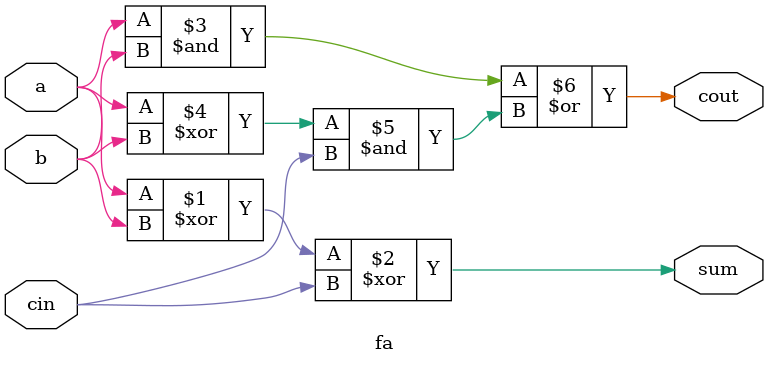
<source format=v>
module fa(
    input a,
    input b,
    input cin,
    output sum,
    output cout
);

    assign sum = (a ^ b) ^ cin;
    assign cout = (a & b) | ((a ^ b) & cin);
endmodule
</source>
